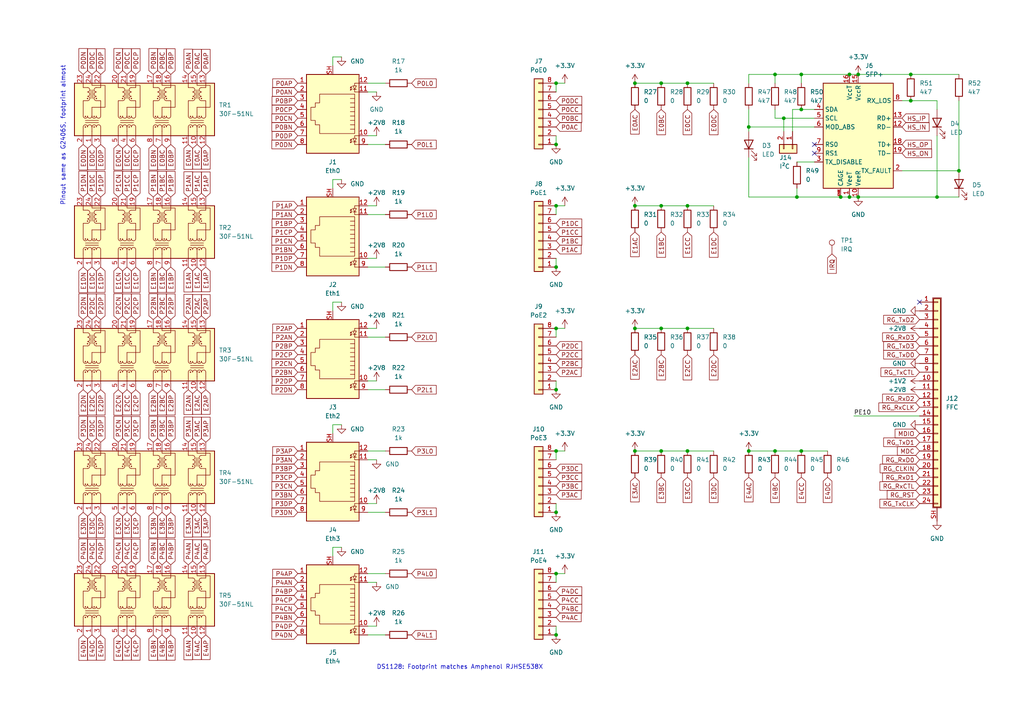
<source format=kicad_sch>
(kicad_sch (version 20230121) (generator eeschema)
  (paper "A4")
  (junction (at 224.79 130.81))
  (junction (at 246.38 21.59))
  (junction (at 191.77 59.69))
  (junction (at 184.15 130.81))
  (junction (at 278.13 49.53))
  (junction (at 264.16 21.59))
  (junction (at 243.84 57.15))
  (junction (at 161.29 41.91))
  (junction (at 246.38 57.15))
  (junction (at 161.29 59.69))
  (junction (at 161.29 95.25))
  (junction (at 248.92 57.15))
  (junction (at 161.29 113.03))
  (junction (at 199.39 130.81))
  (junction (at 232.41 31.75))
  (junction (at 161.29 130.81))
  (junction (at 217.17 36.83))
  (junction (at 227.33 34.29))
  (junction (at 199.39 95.25))
  (junction (at 184.15 24.13))
  (junction (at 224.79 21.59))
  (junction (at 217.17 130.81))
  (junction (at 191.77 24.13))
  (junction (at 199.39 59.69))
  (junction (at 161.29 184.15))
  (junction (at 191.77 95.25))
  (junction (at 184.15 95.25))
  (junction (at 184.15 59.69))
  (junction (at 248.92 21.59))
  (junction (at 232.41 130.81))
  (junction (at 161.29 24.13))
  (junction (at 264.16 29.21))
  (junction (at 161.29 148.59))
  (junction (at 271.78 57.15))
  (junction (at 161.29 166.37))
  (junction (at 199.39 24.13))
  (junction (at 191.77 130.81))
  (junction (at 231.14 57.15))
  (junction (at 161.29 77.47))
  (junction (at 232.41 21.59))
  (no_connect (at 266.7 87.63))
  (no_connect (at 236.22 44.45))
  (no_connect (at 236.22 41.91))
  (wire (pts (xy 109.22 95.25) (xy 106.68 95.25)))
  (wire (pts (xy 217.17 24.13) (xy 217.17 21.59)))
  (wire (pts (xy 224.79 130.81) (xy 217.17 130.81)))
  (wire (pts (xy 161.29 168.91) (xy 161.29 166.37)))
  (wire (pts (xy 109.22 74.93) (xy 106.68 74.93)))
  (wire (pts (xy 163.83 24.13) (xy 161.29 24.13)))
  (wire (pts (xy 236.22 46.99) (xy 231.14 46.99)))
  (wire (pts (xy 207.01 130.81) (xy 199.39 130.81)))
  (wire (pts (xy 191.77 130.81) (xy 184.15 130.81)))
  (wire (pts (xy 243.84 57.15) (xy 246.38 57.15)))
  (wire (pts (xy 247.65 120.65) (xy 266.7 120.65)))
  (wire (pts (xy 217.17 45.72) (xy 217.17 57.15)))
  (wire (pts (xy 106.68 148.59) (xy 111.76 148.59)))
  (wire (pts (xy 106.68 41.91) (xy 111.76 41.91)))
  (wire (pts (xy 261.62 49.53) (xy 278.13 49.53)))
  (wire (pts (xy 96.52 125.73) (xy 96.52 123.19)))
  (wire (pts (xy 278.13 57.15) (xy 271.78 57.15)))
  (wire (pts (xy 163.83 166.37) (xy 161.29 166.37)))
  (wire (pts (xy 106.68 113.03) (xy 111.76 113.03)))
  (wire (pts (xy 109.22 181.61) (xy 106.68 181.61)))
  (wire (pts (xy 96.52 123.19) (xy 99.06 123.19)))
  (wire (pts (xy 161.29 97.79) (xy 161.29 95.25)))
  (wire (pts (xy 106.68 133.35) (xy 109.22 133.35)))
  (wire (pts (xy 161.29 133.35) (xy 161.29 130.81)))
  (wire (pts (xy 240.03 130.81) (xy 232.41 130.81)))
  (wire (pts (xy 271.78 29.21) (xy 264.16 29.21)))
  (wire (pts (xy 224.79 34.29) (xy 227.33 34.29)))
  (wire (pts (xy 232.41 130.81) (xy 224.79 130.81)))
  (wire (pts (xy 236.22 36.83) (xy 217.17 36.83)))
  (wire (pts (xy 229.87 31.75) (xy 232.41 31.75)))
  (wire (pts (xy 111.76 24.13) (xy 106.68 24.13)))
  (wire (pts (xy 246.38 57.15) (xy 248.92 57.15)))
  (wire (pts (xy 217.17 57.15) (xy 231.14 57.15)))
  (wire (pts (xy 236.22 31.75) (xy 232.41 31.75)))
  (wire (pts (xy 271.78 57.15) (xy 248.92 57.15)))
  (wire (pts (xy 111.76 166.37) (xy 106.68 166.37)))
  (wire (pts (xy 231.14 57.15) (xy 243.84 57.15)))
  (wire (pts (xy 161.29 110.49) (xy 161.29 113.03)))
  (wire (pts (xy 161.29 62.23) (xy 161.29 59.69)))
  (wire (pts (xy 271.78 39.37) (xy 271.78 57.15)))
  (wire (pts (xy 161.29 181.61) (xy 161.29 184.15)))
  (wire (pts (xy 161.29 74.93) (xy 161.29 77.47)))
  (wire (pts (xy 161.29 146.05) (xy 161.29 148.59)))
  (wire (pts (xy 199.39 130.81) (xy 191.77 130.81)))
  (wire (pts (xy 207.01 24.13) (xy 199.39 24.13)))
  (wire (pts (xy 96.52 16.51) (xy 99.06 16.51)))
  (wire (pts (xy 161.29 26.67) (xy 161.29 24.13)))
  (wire (pts (xy 207.01 95.25) (xy 199.39 95.25)))
  (wire (pts (xy 224.79 24.13) (xy 224.79 21.59)))
  (wire (pts (xy 109.22 39.37) (xy 106.68 39.37)))
  (wire (pts (xy 207.01 59.69) (xy 199.39 59.69)))
  (wire (pts (xy 217.17 36.83) (xy 217.17 31.75)))
  (wire (pts (xy 109.22 110.49) (xy 106.68 110.49)))
  (wire (pts (xy 224.79 21.59) (xy 232.41 21.59)))
  (wire (pts (xy 271.78 31.75) (xy 271.78 29.21)))
  (wire (pts (xy 109.22 26.67) (xy 106.68 26.67)))
  (wire (pts (xy 264.16 21.59) (xy 248.92 21.59)))
  (wire (pts (xy 191.77 95.25) (xy 184.15 95.25)))
  (wire (pts (xy 278.13 29.21) (xy 278.13 49.53)))
  (wire (pts (xy 163.83 59.69) (xy 161.29 59.69)))
  (wire (pts (xy 106.68 184.15) (xy 111.76 184.15)))
  (wire (pts (xy 217.17 21.59) (xy 224.79 21.59)))
  (wire (pts (xy 111.76 130.81) (xy 106.68 130.81)))
  (wire (pts (xy 191.77 59.69) (xy 184.15 59.69)))
  (wire (pts (xy 106.68 77.47) (xy 111.76 77.47)))
  (wire (pts (xy 232.41 24.13) (xy 232.41 21.59)))
  (wire (pts (xy 96.52 158.75) (xy 99.06 158.75)))
  (wire (pts (xy 96.52 54.61) (xy 96.52 52.07)))
  (wire (pts (xy 96.52 161.29) (xy 96.52 158.75)))
  (wire (pts (xy 227.33 34.29) (xy 227.33 38.1)))
  (wire (pts (xy 199.39 59.69) (xy 191.77 59.69)))
  (wire (pts (xy 109.22 146.05) (xy 106.68 146.05)))
  (wire (pts (xy 232.41 21.59) (xy 246.38 21.59)))
  (wire (pts (xy 163.83 130.81) (xy 161.29 130.81)))
  (wire (pts (xy 191.77 24.13) (xy 184.15 24.13)))
  (wire (pts (xy 96.52 90.17) (xy 96.52 87.63)))
  (wire (pts (xy 278.13 21.59) (xy 264.16 21.59)))
  (wire (pts (xy 161.29 39.37) (xy 161.29 41.91)))
  (wire (pts (xy 246.38 21.59) (xy 248.92 21.59)))
  (wire (pts (xy 217.17 38.1) (xy 217.17 36.83)))
  (wire (pts (xy 199.39 95.25) (xy 191.77 95.25)))
  (wire (pts (xy 96.52 52.07) (xy 99.06 52.07)))
  (wire (pts (xy 109.22 59.69) (xy 106.68 59.69)))
  (wire (pts (xy 106.68 97.79) (xy 111.76 97.79)))
  (wire (pts (xy 106.68 62.23) (xy 111.76 62.23)))
  (wire (pts (xy 96.52 19.05) (xy 96.52 16.51)))
  (wire (pts (xy 229.87 38.1) (xy 229.87 31.75)))
  (wire (pts (xy 96.52 87.63) (xy 99.06 87.63)))
  (wire (pts (xy 264.16 29.21) (xy 261.62 29.21)))
  (wire (pts (xy 106.68 168.91) (xy 109.22 168.91)))
  (wire (pts (xy 227.33 34.29) (xy 236.22 34.29)))
  (wire (pts (xy 231.14 54.61) (xy 231.14 57.15)))
  (wire (pts (xy 224.79 31.75) (xy 224.79 34.29)))
  (wire (pts (xy 163.83 95.25) (xy 161.29 95.25)))
  (wire (pts (xy 199.39 24.13) (xy 191.77 24.13)))
  (text "DS1128: Footprint matches Amphenol RJHSE538X" (at 109.22 194.31 0) (effects (font (size 1.27 1.27)) (justify left bottom)))
  (text "Pinout same as G2406S, footprint almost" (at 19.05 59.69 90) (effects (font (size 1.27 1.27)) (justify left bottom)))
  (label "PE10" (at 247.65 120.65 0))
  (global_label "E1CN" (shape input) (at 34.29 77.47 270) (property "Intersheetrefs" "${INTERSHEET_REFS}" (effects hide)))
  (global_label "E2CN" (shape input) (at 34.29 113.03 270) (property "Intersheetrefs" "${INTERSHEET_REFS}" (effects hide)))
  (global_label "E2AC" (shape input) (at 184.15 102.87 270) (property "Intersheetrefs" "${INTERSHEET_REFS}" (effects hide)))
  (global_label "E4CN" (shape input) (at 34.29 184.15 270) (property "Intersheetrefs" "${INTERSHEET_REFS}" (effects hide)))
  (global_label "P3CN" (shape input) (at 86.36 140.97 180) (property "Intersheetrefs" "${INTERSHEET_REFS}" (effects hide)))
  (global_label "E3DP" (shape input) (at 29.21 148.59 270) (property "Intersheetrefs" "${INTERSHEET_REFS}" (effects hide)))
  (global_label "RG_TxD0" (shape input) (at 266.7 102.87 180) (property "Intersheetrefs" "${INTERSHEET_REFS}" (effects hide)))
  (global_label "P0BN" (shape input) (at 44.45 21.59 90) (property "Intersheetrefs" "${INTERSHEET_REFS}" (effects hide)))
  (global_label "P0DP" (shape input) (at 86.36 39.37 180) (property "Intersheetrefs" "${INTERSHEET_REFS}" (effects hide)))
  (global_label "P2CP" (shape input) (at 86.36 102.87 180) (property "Intersheetrefs" "${INTERSHEET_REFS}" (effects hide)))
  (global_label "P0L1" (shape input) (at 119.38 41.91 0) (property "Intersheetrefs" "${INTERSHEET_REFS}" (effects hide)))
  (global_label "P2AP" (shape input) (at 59.69 92.71 90) (property "Intersheetrefs" "${INTERSHEET_REFS}" (effects hide)))
  (global_label "E1AN" (shape input) (at 54.61 77.47 270) (property "Intersheetrefs" "${INTERSHEET_REFS}" (effects hide)))
  (global_label "P2DC" (shape input) (at 161.29 100.33 0) (property "Intersheetrefs" "${INTERSHEET_REFS}" (effects hide)))
  (global_label "P4DN" (shape input) (at 86.36 184.15 180) (property "Intersheetrefs" "${INTERSHEET_REFS}" (effects hide)))
  (global_label "RG_TxCTL" (shape input) (at 266.7 107.95 180) (property "Intersheetrefs" "${INTERSHEET_REFS}" (effects hide)))
  (global_label "P3AC" (shape input) (at 57.15 128.27 90) (property "Intersheetrefs" "${INTERSHEET_REFS}" (effects hide)))
  (global_label "E2BC" (shape input) (at 46.99 113.03 270) (property "Intersheetrefs" "${INTERSHEET_REFS}" (effects hide)))
  (global_label "E0AN" (shape input) (at 54.61 41.91 270) (property "Intersheetrefs" "${INTERSHEET_REFS}" (effects hide)))
  (global_label "P4CN" (shape input) (at 86.36 176.53 180) (property "Intersheetrefs" "${INTERSHEET_REFS}" (effects hide)))
  (global_label "P1DC" (shape input) (at 161.29 64.77 0) (property "Intersheetrefs" "${INTERSHEET_REFS}" (effects hide)))
  (global_label "E0DP" (shape input) (at 29.21 41.91 270) (property "Intersheetrefs" "${INTERSHEET_REFS}" (effects hide)))
  (global_label "E2BP" (shape input) (at 49.53 113.03 270) (property "Intersheetrefs" "${INTERSHEET_REFS}" (effects hide)))
  (global_label "P0DP" (shape input) (at 29.21 21.59 90) (property "Intersheetrefs" "${INTERSHEET_REFS}" (effects hide)))
  (global_label "RG_RxCTL" (shape input) (at 266.7 140.97 180) (property "Intersheetrefs" "${INTERSHEET_REFS}" (effects hide)))
  (global_label "E1DN" (shape input) (at 24.13 77.47 270) (property "Intersheetrefs" "${INTERSHEET_REFS}" (effects hide)))
  (global_label "P3DC" (shape input) (at 161.29 135.89 0) (property "Intersheetrefs" "${INTERSHEET_REFS}" (effects hide)))
  (global_label "P2L1" (shape input) (at 119.38 113.03 0) (property "Intersheetrefs" "${INTERSHEET_REFS}" (effects hide)))
  (global_label "E3CN" (shape input) (at 34.29 148.59 270) (property "Intersheetrefs" "${INTERSHEET_REFS}" (effects hide)))
  (global_label "P1BC" (shape input) (at 161.29 69.85 0) (property "Intersheetrefs" "${INTERSHEET_REFS}" (effects hide)))
  (global_label "P2DN" (shape input) (at 86.36 113.03 180) (property "Intersheetrefs" "${INTERSHEET_REFS}" (effects hide)))
  (global_label "P2CC" (shape input) (at 161.29 102.87 0) (property "Intersheetrefs" "${INTERSHEET_REFS}" (effects hide)))
  (global_label "P1BC" (shape input) (at 46.99 57.15 90) (property "Intersheetrefs" "${INTERSHEET_REFS}" (effects hide)))
  (global_label "E3AC" (shape input) (at 184.15 138.43 270) (property "Intersheetrefs" "${INTERSHEET_REFS}" (effects hide)))
  (global_label "P0AN" (shape input) (at 54.61 21.59 90) (property "Intersheetrefs" "${INTERSHEET_REFS}" (effects hide)))
  (global_label "P1AN" (shape input) (at 86.36 62.23 180) (property "Intersheetrefs" "${INTERSHEET_REFS}" (effects hide)))
  (global_label "P4DC" (shape input) (at 161.29 171.45 0) (property "Intersheetrefs" "${INTERSHEET_REFS}" (effects hide)))
  (global_label "E0BP" (shape input) (at 49.53 41.91 270) (property "Intersheetrefs" "${INTERSHEET_REFS}" (effects hide)))
  (global_label "E2AN" (shape input) (at 54.61 113.03 270) (property "Intersheetrefs" "${INTERSHEET_REFS}" (effects hide)))
  (global_label "P0CP" (shape input) (at 39.37 21.59 90) (property "Intersheetrefs" "${INTERSHEET_REFS}" (effects hide)))
  (global_label "P2BC" (shape input) (at 161.29 105.41 0) (property "Intersheetrefs" "${INTERSHEET_REFS}" (effects hide)))
  (global_label "P3CP" (shape input) (at 39.37 128.27 90) (property "Intersheetrefs" "${INTERSHEET_REFS}" (effects hide)))
  (global_label "P1AC" (shape input) (at 161.29 72.39 0) (property "Intersheetrefs" "${INTERSHEET_REFS}" (effects hide)))
  (global_label "E1BC" (shape input) (at 191.77 67.31 270) (property "Intersheetrefs" "${INTERSHEET_REFS}" (effects hide)))
  (global_label "P0DC" (shape input) (at 161.29 29.21 0) (property "Intersheetrefs" "${INTERSHEET_REFS}" (effects hide)))
  (global_label "P4AC" (shape input) (at 161.29 179.07 0) (property "Intersheetrefs" "${INTERSHEET_REFS}" (effects hide)))
  (global_label "E4BN" (shape input) (at 44.45 184.15 270) (property "Intersheetrefs" "${INTERSHEET_REFS}" (effects hide)))
  (global_label "P1BP" (shape input) (at 86.36 64.77 180) (property "Intersheetrefs" "${INTERSHEET_REFS}" (effects hide)))
  (global_label "E4AC" (shape input) (at 217.17 138.43 270) (property "Intersheetrefs" "${INTERSHEET_REFS}" (effects hide)))
  (global_label "P2DP" (shape input) (at 86.36 110.49 180) (property "Intersheetrefs" "${INTERSHEET_REFS}" (effects hide)))
  (global_label "E2CP" (shape input) (at 39.37 113.03 270) (property "Intersheetrefs" "${INTERSHEET_REFS}" (effects hide)))
  (global_label "P4AN" (shape input) (at 54.61 163.83 90) (property "Intersheetrefs" "${INTERSHEET_REFS}" (effects hide)))
  (global_label "P1DC" (shape input) (at 26.67 57.15 90) (property "Intersheetrefs" "${INTERSHEET_REFS}" (effects hide)))
  (global_label "P2DN" (shape input) (at 24.13 92.71 90) (property "Intersheetrefs" "${INTERSHEET_REFS}" (effects hide)))
  (global_label "RG_RST" (shape input) (at 266.7 143.51 180) (property "Intersheetrefs" "${INTERSHEET_REFS}" (effects hide)))
  (global_label "E0AP" (shape input) (at 59.69 41.91 270) (property "Intersheetrefs" "${INTERSHEET_REFS}" (effects hide)))
  (global_label "E1AC" (shape input) (at 57.15 77.47 270) (property "Intersheetrefs" "${INTERSHEET_REFS}" (effects hide)))
  (global_label "P3BC" (shape input) (at 46.99 128.27 90) (property "Intersheetrefs" "${INTERSHEET_REFS}" (effects hide)))
  (global_label "P2AN" (shape input) (at 54.61 92.71 90) (property "Intersheetrefs" "${INTERSHEET_REFS}" (effects hide)))
  (global_label "E4AC" (shape input) (at 57.15 184.15 270) (property "Intersheetrefs" "${INTERSHEET_REFS}" (effects hide)))
  (global_label "P2BN" (shape input) (at 44.45 92.71 90) (property "Intersheetrefs" "${INTERSHEET_REFS}" (effects hide)))
  (global_label "E2BN" (shape input) (at 44.45 113.03 270) (property "Intersheetrefs" "${INTERSHEET_REFS}" (effects hide)))
  (global_label "P2BC" (shape input) (at 46.99 92.71 90) (property "Intersheetrefs" "${INTERSHEET_REFS}" (effects hide)))
  (global_label "P4DC" (shape input) (at 26.67 163.83 90) (property "Intersheetrefs" "${INTERSHEET_REFS}" (effects hide)))
  (global_label "E2AP" (shape input) (at 59.69 113.03 270) (property "Intersheetrefs" "${INTERSHEET_REFS}" (effects hide)))
  (global_label "E3AN" (shape input) (at 54.61 148.59 270) (property "Intersheetrefs" "${INTERSHEET_REFS}" (effects hide)))
  (global_label "E4BC" (shape input) (at 224.79 138.43 270) (property "Intersheetrefs" "${INTERSHEET_REFS}" (effects hide)))
  (global_label "E1CP" (shape input) (at 39.37 77.47 270) (property "Intersheetrefs" "${INTERSHEET_REFS}" (effects hide)))
  (global_label "E1BN" (shape input) (at 44.45 77.47 270) (property "Intersheetrefs" "${INTERSHEET_REFS}" (effects hide)))
  (global_label "P0CP" (shape input) (at 86.36 31.75 180) (property "Intersheetrefs" "${INTERSHEET_REFS}" (effects hide)))
  (global_label "RG_RxD2" (shape input) (at 266.7 115.57 180) (property "Intersheetrefs" "${INTERSHEET_REFS}" (effects hide)))
  (global_label "P2CN" (shape input) (at 86.36 105.41 180) (property "Intersheetrefs" "${INTERSHEET_REFS}" (effects hide)))
  (global_label "P1CP" (shape input) (at 39.37 57.15 90) (property "Intersheetrefs" "${INTERSHEET_REFS}" (effects hide)))
  (global_label "E3CC" (shape input) (at 199.39 138.43 270) (property "Intersheetrefs" "${INTERSHEET_REFS}" (effects hide)))
  (global_label "E0BN" (shape input) (at 44.45 41.91 270) (property "Intersheetrefs" "${INTERSHEET_REFS}" (effects hide)))
  (global_label "E4DN" (shape input) (at 24.13 184.15 270) (property "Intersheetrefs" "${INTERSHEET_REFS}" (effects hide)))
  (global_label "P3DN" (shape input) (at 86.36 148.59 180) (property "Intersheetrefs" "${INTERSHEET_REFS}" (effects hide)))
  (global_label "E1BP" (shape input) (at 49.53 77.47 270) (property "Intersheetrefs" "${INTERSHEET_REFS}" (effects hide)))
  (global_label "P4AN" (shape input) (at 86.36 168.91 180) (property "Intersheetrefs" "${INTERSHEET_REFS}" (effects hide)))
  (global_label "E4DC" (shape input) (at 240.03 138.43 270) (property "Intersheetrefs" "${INTERSHEET_REFS}" (effects hide)))
  (global_label "HS_ON" (shape input) (at 261.62 44.45 0) (property "Intersheetrefs" "${INTERSHEET_REFS}" (effects hide)))
  (global_label "P0DC" (shape input) (at 26.67 21.59 90) (property "Intersheetrefs" "${INTERSHEET_REFS}" (effects hide)))
  (global_label "E3DC" (shape input) (at 207.01 138.43 270) (property "Intersheetrefs" "${INTERSHEET_REFS}" (effects hide)))
  (global_label "P2BN" (shape input) (at 86.36 107.95 180) (property "Intersheetrefs" "${INTERSHEET_REFS}" (effects hide)))
  (global_label "P2BP" (shape input) (at 86.36 100.33 180) (property "Intersheetrefs" "${INTERSHEET_REFS}" (effects hide)))
  (global_label "E4CP" (shape input) (at 39.37 184.15 270) (property "Intersheetrefs" "${INTERSHEET_REFS}" (effects hide)))
  (global_label "E2CC" (shape input) (at 199.39 102.87 270) (property "Intersheetrefs" "${INTERSHEET_REFS}" (effects hide)))
  (global_label "P4BN" (shape input) (at 86.36 179.07 180) (property "Intersheetrefs" "${INTERSHEET_REFS}" (effects hide)))
  (global_label "P4DP" (shape input) (at 86.36 181.61 180) (property "Intersheetrefs" "${INTERSHEET_REFS}" (effects hide)))
  (global_label "P3BP" (shape input) (at 86.36 135.89 180) (property "Intersheetrefs" "${INTERSHEET_REFS}" (effects hide)))
  (global_label "P1DN" (shape input) (at 86.36 77.47 180) (property "Intersheetrefs" "${INTERSHEET_REFS}" (effects hide)))
  (global_label "E4DC" (shape input) (at 26.67 184.15 270) (property "Intersheetrefs" "${INTERSHEET_REFS}" (effects hide)))
  (global_label "P0BC" (shape input) (at 161.29 34.29 0) (property "Intersheetrefs" "${INTERSHEET_REFS}" (effects hide)))
  (global_label "P0CC" (shape input) (at 36.83 21.59 90) (property "Intersheetrefs" "${INTERSHEET_REFS}" (effects hide)))
  (global_label "P3AN" (shape input) (at 54.61 128.27 90) (property "Intersheetrefs" "${INTERSHEET_REFS}" (effects hide)))
  (global_label "E2CC" (shape input) (at 36.83 113.03 270) (property "Intersheetrefs" "${INTERSHEET_REFS}" (effects hide)))
  (global_label "P3L0" (shape input) (at 119.38 130.81 0) (property "Intersheetrefs" "${INTERSHEET_REFS}" (effects hide)))
  (global_label "P4CP" (shape input) (at 39.37 163.83 90) (property "Intersheetrefs" "${INTERSHEET_REFS}" (effects hide)))
  (global_label "E4CC" (shape input) (at 232.41 138.43 270) (property "Intersheetrefs" "${INTERSHEET_REFS}" (effects hide)))
  (global_label "E0DC" (shape input) (at 26.67 41.91 270) (property "Intersheetrefs" "${INTERSHEET_REFS}" (effects hide)))
  (global_label "P0BP" (shape input) (at 49.53 21.59 90) (property "Intersheetrefs" "${INTERSHEET_REFS}" (effects hide)))
  (global_label "E2DC" (shape input) (at 26.67 113.03 270) (property "Intersheetrefs" "${INTERSHEET_REFS}" (effects hide)))
  (global_label "RG_TxD1" (shape input) (at 266.7 128.27 180) (property "Intersheetrefs" "${INTERSHEET_REFS}" (effects hide)))
  (global_label "P3DP" (shape input) (at 29.21 128.27 90) (property "Intersheetrefs" "${INTERSHEET_REFS}" (effects hide)))
  (global_label "E2DN" (shape input) (at 24.13 113.03 270) (property "Intersheetrefs" "${INTERSHEET_REFS}" (effects hide)))
  (global_label "RG_RxD3" (shape input) (at 266.7 97.79 180) (property "Intersheetrefs" "${INTERSHEET_REFS}" (effects hide)))
  (global_label "E0CP" (shape input) (at 39.37 41.91 270) (property "Intersheetrefs" "${INTERSHEET_REFS}" (effects hide)))
  (global_label "P0DN" (shape input) (at 24.13 21.59 90) (property "Intersheetrefs" "${INTERSHEET_REFS}" (effects hide)))
  (global_label "P4DP" (shape input) (at 29.21 163.83 90) (property "Intersheetrefs" "${INTERSHEET_REFS}" (effects hide)))
  (global_label "E1AP" (shape input) (at 59.69 77.47 270) (property "Intersheetrefs" "${INTERSHEET_REFS}" (effects hide)))
  (global_label "P1CC" (shape input) (at 161.29 67.31 0) (property "Intersheetrefs" "${INTERSHEET_REFS}" (effects hide)))
  (global_label "P1AC" (shape input) (at 57.15 57.15 90) (property "Intersheetrefs" "${INTERSHEET_REFS}" (effects hide)))
  (global_label "RG_RxD1" (shape input) (at 266.7 138.43 180) (property "Intersheetrefs" "${INTERSHEET_REFS}" (effects hide)))
  (global_label "P1DP" (shape input) (at 29.21 57.15 90) (property "Intersheetrefs" "${INTERSHEET_REFS}" (effects hide)))
  (global_label "RG_TxCLK" (shape input) (at 266.7 146.05 180) (property "Intersheetrefs" "${INTERSHEET_REFS}" (effects hide)))
  (global_label "P3DC" (shape input) (at 26.67 128.27 90) (property "Intersheetrefs" "${INTERSHEET_REFS}" (effects hide)))
  (global_label "P1AP" (shape input) (at 86.36 59.69 180) (property "Intersheetrefs" "${INTERSHEET_REFS}" (effects hide)))
  (global_label "P2AC" (shape input) (at 161.29 107.95 0) (property "Intersheetrefs" "${INTERSHEET_REFS}" (effects hide)))
  (global_label "E1BC" (shape input) (at 46.99 77.47 270) (property "Intersheetrefs" "${INTERSHEET_REFS}" (effects hide)))
  (global_label "E0CN" (shape input) (at 34.29 41.91 270) (property "Intersheetrefs" "${INTERSHEET_REFS}" (effects hide)))
  (global_label "P0AP" (shape input) (at 59.69 21.59 90) (property "Intersheetrefs" "${INTERSHEET_REFS}" (effects hide)))
  (global_label "E3BP" (shape input) (at 49.53 148.59 270) (property "Intersheetrefs" "${INTERSHEET_REFS}" (effects hide)))
  (global_label "P3AP" (shape input) (at 59.69 128.27 90) (property "Intersheetrefs" "${INTERSHEET_REFS}" (effects hide)))
  (global_label "E3AP" (shape input) (at 59.69 148.59 270) (property "Intersheetrefs" "${INTERSHEET_REFS}" (effects hide)))
  (global_label "P2AN" (shape input) (at 86.36 97.79 180) (property "Intersheetrefs" "${INTERSHEET_REFS}" (effects hide)))
  (global_label "P4CP" (shape input) (at 86.36 173.99 180) (property "Intersheetrefs" "${INTERSHEET_REFS}" (effects hide)))
  (global_label "P4AC" (shape input) (at 57.15 163.83 90) (property "Intersheetrefs" "${INTERSHEET_REFS}" (effects hide)))
  (global_label "P4BC" (shape input) (at 161.29 176.53 0) (property "Intersheetrefs" "${INTERSHEET_REFS}" (effects hide)))
  (global_label "P1L1" (shape input) (at 119.38 77.47 0) (property "Intersheetrefs" "${INTERSHEET_REFS}" (effects hide)))
  (global_label "MDIO" (shape input) (at 266.7 125.73 180) (property "Intersheetrefs" "${INTERSHEET_REFS}" (effects hide)))
  (global_label "E2DC" (shape input) (at 207.01 102.87 270) (property "Intersheetrefs" "${INTERSHEET_REFS}" (effects hide)))
  (global_label "E2DP" (shape input) (at 29.21 113.03 270) (property "Intersheetrefs" "${INTERSHEET_REFS}" (effects hide)))
  (global_label "RG_TxD3" (shape input) (at 266.7 100.33 180) (property "Intersheetrefs" "${INTERSHEET_REFS}" (effects hide)))
  (global_label "P2AC" (shape input) (at 57.15 92.71 90) (property "Intersheetrefs" "${INTERSHEET_REFS}" (effects hide)))
  (global_label "P3BP" (shape input) (at 49.53 128.27 90) (property "Intersheetrefs" "${INTERSHEET_REFS}" (effects hide)))
  (global_label "P2BP" (shape input) (at 49.53 92.71 90) (property "Intersheetrefs" "${INTERSHEET_REFS}" (effects hide)))
  (global_label "P3CP" (shape input) (at 86.36 138.43 180) (property "Intersheetrefs" "${INTERSHEET_REFS}" (effects hide)))
  (global_label "E1DC" (shape input) (at 26.67 77.47 270) (property "Intersheetrefs" "${INTERSHEET_REFS}" (effects hide)))
  (global_label "P4L1" (shape input) (at 119.38 184.15 0) (property "Intersheetrefs" "${INTERSHEET_REFS}" (effects hide)))
  (global_label "P3CN" (shape input) (at 34.29 128.27 90) (property "Intersheetrefs" "${INTERSHEET_REFS}" (effects hide)))
  (global_label "P2DC" (shape input) (at 26.67 92.71 90) (property "Intersheetrefs" "${INTERSHEET_REFS}" (effects hide)))
  (global_label "P4L0" (shape input) (at 119.38 166.37 0) (property "Intersheetrefs" "${INTERSHEET_REFS}" (effects hide)))
  (global_label "P3CC" (shape input) (at 161.29 138.43 0) (property "Intersheetrefs" "${INTERSHEET_REFS}" (effects hide)))
  (global_label "P3AP" (shape input) (at 86.36 130.81 180) (property "Intersheetrefs" "${INTERSHEET_REFS}" (effects hide)))
  (global_label "E2AC" (shape input) (at 57.15 113.03 270) (property "Intersheetrefs" "${INTERSHEET_REFS}" (effects hide)))
  (global_label "E4BP" (shape input) (at 49.53 184.15 270) (property "Intersheetrefs" "${INTERSHEET_REFS}" (effects hide)))
  (global_label "E0BC" (shape input) (at 191.77 31.75 270) (property "Intersheetrefs" "${INTERSHEET_REFS}" (effects hide)))
  (global_label "P4AP" (shape input) (at 59.69 163.83 90) (property "Intersheetrefs" "${INTERSHEET_REFS}" (effects hide)))
  (global_label "E4DP" (shape input) (at 29.21 184.15 270) (property "Intersheetrefs" "${INTERSHEET_REFS}" (effects hide)))
  (global_label "P0CC" (shape input) (at 161.29 31.75 0) (property "Intersheetrefs" "${INTERSHEET_REFS}" (effects hide)))
  (global_label "P0CN" (shape input) (at 34.29 21.59 90) (property "Intersheetrefs" "${INTERSHEET_REFS}" (effects hide)))
  (global_label "E0DC" (shape input) (at 207.01 31.75 270) (property "Intersheetrefs" "${INTERSHEET_REFS}" (effects hide)))
  (global_label "E4AP" (shape input) (at 59.69 184.15 270) (property "Intersheetrefs" "${INTERSHEET_REFS}" (effects hide)))
  (global_label "P3L1" (shape input) (at 119.38 148.59 0) (property "Intersheetrefs" "${INTERSHEET_REFS}" (effects hide)))
  (global_label "P2AP" (shape input) (at 86.36 95.25 180) (property "Intersheetrefs" "${INTERSHEET_REFS}" (effects hide)))
  (global_label "E3BC" (shape input) (at 46.99 148.59 270) (property "Intersheetrefs" "${INTERSHEET_REFS}" (effects hide)))
  (global_label "P0AC" (shape input) (at 161.29 36.83 0) (property "Intersheetrefs" "${INTERSHEET_REFS}" (effects hide)))
  (global_label "P0BN" (shape input) (at 86.36 36.83 180) (property "Intersheetrefs" "${INTERSHEET_REFS}" (effects hide)))
  (global_label "P3BC" (shape input) (at 161.29 140.97 0) (property "Intersheetrefs" "${INTERSHEET_REFS}" (effects hide)))
  (global_label "E3BC" (shape input) (at 191.77 138.43 270) (property "Intersheetrefs" "${INTERSHEET_REFS}" (effects hide)))
  (global_label "E3AC" (shape input) (at 57.15 148.59 270) (property "Intersheetrefs" "${INTERSHEET_REFS}" (effects hide)))
  (global_label "E0AC" (shape input) (at 184.15 31.75 270) (property "Intersheetrefs" "${INTERSHEET_REFS}" (effects hide)))
  (global_label "P0AC" (shape input) (at 57.15 21.59 90) (property "Intersheetrefs" "${INTERSHEET_REFS}" (effects hide)))
  (global_label "P3DN" (shape input) (at 24.13 128.27 90) (property "Intersheetrefs" "${INTERSHEET_REFS}" (effects hide)))
  (global_label "E0DN" (shape input) (at 24.13 41.91 270) (property "Intersheetrefs" "${INTERSHEET_REFS}" (effects hide)))
  (global_label "P1BN" (shape input) (at 44.45 57.15 90) (property "Intersheetrefs" "${INTERSHEET_REFS}" (effects hide)))
  (global_label "E0AC" (shape input) (at 57.15 41.91 270) (property "Intersheetrefs" "${INTERSHEET_REFS}" (effects hide)))
  (global_label "P2L0" (shape input) (at 119.38 97.79 0) (property "Intersheetrefs" "${INTERSHEET_REFS}" (effects hide)))
  (global_label "E0CC" (shape input) (at 199.39 31.75 270) (property "Intersheetrefs" "${INTERSHEET_REFS}" (effects hide)))
  (global_label "E3CC" (shape input) (at 36.83 148.59 270) (property "Intersheetrefs" "${INTERSHEET_REFS}" (effects hide)))
  (global_label "P4CC" (shape input) (at 161.29 173.99 0) (property "Intersheetrefs" "${INTERSHEET_REFS}" (effects hide)))
  (global_label "E3CP" (shape input) (at 39.37 148.59 270) (property "Intersheetrefs" "${INTERSHEET_REFS}" (effects hide)))
  (global_label "P0AP" (shape input) (at 86.36 24.13 180) (property "Intersheetrefs" "${INTERSHEET_REFS}" (effects hide)))
  (global_label "P0CN" (shape input) (at 86.36 34.29 180) (property "Intersheetrefs" "${INTERSHEET_REFS}" (effects hide)))
  (global_label "HS_OP" (shape input) (at 261.62 41.91 0) (property "Intersheetrefs" "${INTERSHEET_REFS}" (effects hide)))
  (global_label "E1DC" (shape input) (at 207.01 67.31 270) (property "Intersheetrefs" "${INTERSHEET_REFS}" (effects hide)))
  (global_label "P4CC" (shape input) (at 36.83 163.83 90) (property "Intersheetrefs" "${INTERSHEET_REFS}" (effects hide)))
  (global_label "P1AN" (shape input) (at 54.61 57.15 90) (property "Intersheetrefs" "${INTERSHEET_REFS}" (effects hide)))
  (global_label "P0L0" (shape input) (at 119.38 24.13 0) (property "Intersheetrefs" "${INTERSHEET_REFS}" (effects hide)))
  (global_label "P2DP" (shape input) (at 29.21 92.71 90) (property "Intersheetrefs" "${INTERSHEET_REFS}" (effects hide)))
  (global_label "P3BN" (shape input) (at 44.45 128.27 90) (property "Intersheetrefs" "${INTERSHEET_REFS}" (effects hide)))
  (global_label "P4BN" (shape input) (at 44.45 163.83 90) (property "Intersheetrefs" "${INTERSHEET_REFS}" (effects hide)))
  (global_label "P1AP" (shape input) (at 59.69 57.15 90) (property "Intersheetrefs" "${INTERSHEET_REFS}" (effects hide)))
  (global_label "P0BC" (shape input) (at 46.99 21.59 90) (property "Intersheetrefs" "${INTERSHEET_REFS}" (effects hide)))
  (global_label "P2CN" (shape input) (at 34.29 92.71 90) (property "Intersheetrefs" "${INTERSHEET_REFS}" (effects hide)))
  (global_label "P1DP" (shape input) (at 86.36 74.93 180) (property "Intersheetrefs" "${INTERSHEET_REFS}" (effects hide)))
  (global_label "P4AP" (shape input) (at 86.36 166.37 180) (property "Intersheetrefs" "${INTERSHEET_REFS}" (effects hide)))
  (global_label "P1CN" (shape input) (at 34.29 57.15 90) (property "Intersheetrefs" "${INTERSHEET_REFS}" (effects hide)))
  (global_label "P0DN" (shape input) (at 86.36 41.91 180) (property "Intersheetrefs" "${INTERSHEET_REFS}" (effects hide)))
  (global_label "RG_TxD2" (shape input) (at 266.7 92.71 180) (property "Intersheetrefs" "${INTERSHEET_REFS}" (effects hide)))
  (global_label "E3DC" (shape input) (at 26.67 148.59 270) (property "Intersheetrefs" "${INTERSHEET_REFS}" (effects hide)))
  (global_label "E1CC" (shape input) (at 199.39 67.31 270) (property "Intersheetrefs" "${INTERSHEET_REFS}" (effects hide)))
  (global_label "P3AN" (shape input) (at 86.36 133.35 180) (property "Intersheetrefs" "${INTERSHEET_REFS}" (effects hide)))
  (global_label "E4AN" (shape input) (at 54.61 184.15 270) (property "Intersheetrefs" "${INTERSHEET_REFS}" (effects hide)))
  (global_label "P3DP" (shape input) (at 86.36 146.05 180) (property "Intersheetrefs" "${INTERSHEET_REFS}" (effects hide)))
  (global_label "E3BN" (shape input) (at 44.45 148.59 270) (property "Intersheetrefs" "${INTERSHEET_REFS}" (effects hide)))
  (global_label "P1CP" (shape input) (at 86.36 67.31 180) (property "Intersheetrefs" "${INTERSHEET_REFS}" (effects hide)))
  (global_label "MDC" (shape input) (at 266.7 130.81 180) (property "Intersheetrefs" "${INTERSHEET_REFS}" (effects hide)))
  (global_label "E1DP" (shape input) (at 29.21 77.47 270) (property "Intersheetrefs" "${INTERSHEET_REFS}" (effects hide)))
  (global_label "P3AC" (shape input) (at 161.29 143.51 0) (property "Intersheetrefs" "${INTERSHEET_REFS}" (effects hide)))
  (global_label "HS_IP" (shape input) (at 261.62 34.29 0) (property "Intersheetrefs" "${INTERSHEET_REFS}" (effects hide)))
  (global_label "P1L0" (shape input) (at 119.38 62.23 0) (property "Intersheetrefs" "${INTERSHEET_REFS}" (effects hide)))
  (global_label "P1CC" (shape input) (at 36.83 57.15 90) (property "Intersheetrefs" "${INTERSHEET_REFS}" (effects hide)))
  (global_label "E1AC" (shape input) (at 184.15 67.31 270) (property "Intersheetrefs" "${INTERSHEET_REFS}" (effects hide)))
  (global_label "P3BN" (shape input) (at 86.36 143.51 180) (property "Intersheetrefs" "${INTERSHEET_REFS}" (effects hide)))
  (global_label "P3CC" (shape input) (at 36.83 128.27 90) (property "Intersheetrefs" "${INTERSHEET_REFS}" (effects hide)))
  (global_label "E3DN" (shape input) (at 24.13 148.59 270) (property "Intersheetrefs" "${INTERSHEET_REFS}" (effects hide)))
  (global_label "E0CC" (shape input) (at 36.83 41.91 270) (property "Intersheetrefs" "${INTERSHEET_REFS}" (effects hide)))
  (global_label "P0BP" (shape input) (at 86.36 29.21 180) (property "Intersheetrefs" "${INTERSHEET_REFS}" (effects hide)))
  (global_label "RG_RxCLK" (shape input) (at 266.7 118.11 180) (property "Intersheetrefs" "${INTERSHEET_REFS}" (effects hide)))
  (global_label "HS_IN" (shape input) (at 261.62 36.83 0) (property "Intersheetrefs" "${INTERSHEET_REFS}" (effects hide)))
  (global_label "P4BP" (shape input) (at 86.36 171.45 180) (property "Intersheetrefs" "${INTERSHEET_REFS}" (effects hide)))
  (global_label "P4CN" (shape input) (at 34.29 163.83 90) (property "Intersheetrefs" "${INTERSHEET_REFS}" (effects hide)))
  (global_label "E0BC" (shape input) (at 46.99 41.91 270) (property "Intersheetrefs" "${INTERSHEET_REFS}" (effects hide)))
  (global_label "P2CC" (shape input) (at 36.83 92.71 90) (property "Intersheetrefs" "${INTERSHEET_REFS}" (effects hide)))
  (global_label "P1BN" (shape input) (at 86.36 72.39 180) (property "Intersheetrefs" "${INTERSHEET_REFS}" (effects hide)))
  (global_label "P1CN" (shape input) (at 86.36 69.85 180) (property "Intersheetrefs" "${INTERSHEET_REFS}" (effects hide)))
  (global_label "P4BP" (shape input) (at 49.53 163.83 90) (property "Intersheetrefs" "${INTERSHEET_REFS}" (effects hide)))
  (global_label "E4BC" (shape input) (at 46.99 184.15 270) (property "Intersheetrefs" "${INTERSHEET_REFS}" (effects hide)))
  (global_label "RG_RxD0" (shape input) (at 266.7 133.35 180) (property "Intersheetrefs" "${INTERSHEET_REFS}" (effects hide)))
  (global_label "IRQ" (shape input) (at 241.3 73.66 270) (property "Intersheetrefs" "${INTERSHEET_REFS}" (effects hide)))
  (global_label "P1BP" (shape input) (at 49.53 57.15 90) (property "Intersheetrefs" "${INTERSHEET_REFS}" (effects hide)))
  (global_label "P4DN" (shape input) (at 24.13 163.83 90) (property "Intersheetrefs" "${INTERSHEET_REFS}" (effects hide)))
  (global_label "RG_CLKIN" (shape input) (at 266.7 135.89 180) (property "Intersheetrefs" "${INTERSHEET_REFS}" (effects hide)))
  (global_label "P4BC" (shape input) (at 46.99 163.83 90) (property "Intersheetrefs" "${INTERSHEET_REFS}" (effects hide)))
  (global_label "P1DN" (shape input) (at 24.13 57.15 90) (property "Intersheetrefs" "${INTERSHEET_REFS}" (effects hide)))
  (global_label "E1CC" (shape input) (at 36.83 77.47 270) (property "Intersheetrefs" "${INTERSHEET_REFS}" (effects hide)))
  (global_label "E4CC" (shape input) (at 36.83 184.15 270) (property "Intersheetrefs" "${INTERSHEET_REFS}" (effects hide)))
  (global_label "E2BC" (shape input) (at 191.77 102.87 270) (property "Intersheetrefs" "${INTERSHEET_REFS}" (effects hide)))
  (global_label "P0AN" (shape input) (at 86.36 26.67 180) (property "Intersheetrefs" "${INTERSHEET_REFS}" (effects hide)))
  (global_label "P2CP" (shape input) (at 39.37 92.71 90) (property "Intersheetrefs" "${INTERSHEET_REFS}" (effects hide)))
  (symbol (lib_id "Device:R") (at 115.57 41.91 270) (unit 1)
    (property "Reference" "R18" (at 115.57 35.56 90))
    (property "Value" "1k" (at 115.57 38.1 90))
    (property "Footprint" "Resistor_SMD:R_0603_1608Metric_Pad0.98x0.95mm_HandSolder" (effects hide))
  )
  (symbol (lib_id "Device:R") (at 191.77 134.62 180) (unit 1)
    (property "Reference" "R40" (at 194.31 133.3499 0) (effects (justify right)))
    (property "Value" "0" (at 194.31 135.8899 0) (effects (justify right)))
    (property "Footprint" "Resistor_SMD:R_0603_1608Metric_Pad0.98x0.95mm_HandSolder" (effects hide))
  )
  (symbol (lib_id "Device:R") (at 115.57 166.37 90) (unit 1)
    (property "Reference" "R25" (at 115.57 160.02 90))
    (property "Value" "1k" (at 115.57 162.56 90))
    (property "Footprint" "Resistor_SMD:R_0603_1608Metric_Pad0.98x0.95mm_HandSolder" (effects hide))
  )
  (symbol (lib_id "Device:R") (at 191.77 63.5 180) (unit 1)
    (property "Reference" "R32" (at 194.31 62.2299 0) (effects (justify right)))
    (property "Value" "0" (at 194.31 64.7699 0) (effects (justify right)))
    (property "Footprint" "Resistor_SMD:R_0603_1608Metric_Pad0.98x0.95mm_HandSolder" (effects hide))
  )
  (symbol (lib_id "Device:R") (at 184.15 134.62 180) (unit 1)
    (property "Reference" "R39" (at 186.69 133.3499 0) (effects (justify right)))
    (property "Value" "0" (at 186.69 135.8899 0) (effects (justify right)))
    (property "Footprint" "Resistor_SMD:R_0603_1608Metric_Pad0.98x0.95mm_HandSolder" (effects hide))
  )
  (symbol (lib_id "power:+2V8") (at 266.7 95.25 90) (unit 1)
    (property "Reference" "#PWR070" (effects hide))
    (property "Value" "+2V8" (at 262.89 95.2499 90) (effects (justify left)))
  )
  (symbol (lib_id "Device:R") (at 231.14 50.8 180) (unit 1)
    (property "Reference" "R49" (at 233.68 49.5299 0) (effects (justify right)))
    (property "Value" "0" (at 233.68 52.0699 0) (effects (justify right)))
    (property "Footprint" "Resistor_SMD:R_0603_1608Metric_Pad0.98x0.95mm_HandSolder" (effects hide))
  )
  (symbol (lib_id "power:GND") (at 271.78 151.13 0) (unit 1)
    (property "Reference" "#PWR075" (effects hide))
    (property "Value" "GND" (at 271.78 156.21 0))
  )
  (symbol (lib_id "Device:R") (at 184.15 63.5 180) (unit 1)
    (property "Reference" "R31" (at 186.69 62.2299 0) (effects (justify right)))
    (property "Value" "0" (at 186.69 64.7699 0) (effects (justify right)))
    (property "Footprint" "Resistor_SMD:R_0603_1608Metric_Pad0.98x0.95mm_HandSolder" (effects hide))
  )
  (symbol (lib_id "power:GND") (at 99.06 123.19 0) (unit 1)
    (property "Reference" "#PWR063" (effects hide))
    (property "Value" "GND" (at 101.6 124.4599 0) (effects (justify left)))
  )
  (symbol (lib_id "power:GND") (at 266.7 105.41 270) (unit 1)
    (property "Reference" "#PWR071" (effects hide))
    (property "Value" "GND" (at 262.89 105.4099 90) (effects (justify right)))
  )
  (symbol (lib_id "power:+2V8") (at 109.22 39.37 0) (unit 1)
    (property "Reference" "#PWR066" (effects hide))
    (property "Value" "+2V8" (at 109.22 35.56 0))
  )
  (symbol (lib_id "power:+3.3V") (at 184.15 95.25 0) (unit 1)
    (property "Reference" "#PWR096" (effects hide))
    (property "Value" "+3.3V" (at 184.15 90.17 0))
  )
  (symbol (lib_id "Device:R") (at 264.16 25.4 180) (unit 1)
    (property "Reference" "R51" (at 266.7 24.1299 0) (effects (justify right)))
    (property "Value" "4k7" (at 266.7 26.6699 0) (effects (justify right)))
    (property "Footprint" "Resistor_SMD:R_0603_1608Metric_Pad0.98x0.95mm_HandSolder" (effects hide))
  )
  (symbol (lib_id "Connector:RJ45_LED_Shielded") (at 96.52 138.43 180) (unit 1)
    (property "Reference" "J4" (at 96.52 153.67 0))
    (property "Value" "Eth3" (at 96.52 156.21 0))
    (property "Footprint" "Connector_RJ:RJ45_Amphenol_RJHSE538X" (effects hide))
    (property "Datasheet" "https://datasheet.lcsc.com/lcsc/1811141116_CONNFLY-Elec-DS1128-09-S8B8S_C77851.pdf" (effects hide))
  )
  (symbol (lib_id "Device:R") (at 191.77 99.06 180) (unit 1)
    (property "Reference" "R36" (at 194.31 97.7899 0) (effects (justify right)))
    (property "Value" "0" (at 194.31 100.3299 0) (effects (justify right)))
    (property "Footprint" "Resistor_SMD:R_0603_1608Metric_Pad0.98x0.95mm_HandSolder" (effects hide))
  )
  (symbol (lib_id "power:+3.3V") (at 248.92 21.59 0) (unit 1)
    (property "Reference" "#PWR067" (effects hide))
    (property "Value" "+3.3V" (at 248.92 16.51 0))
  )
  (symbol (lib_id "power:+2V8") (at 109.22 59.69 0) (unit 1)
    (property "Reference" "#PWR076" (effects hide))
    (property "Value" "+2V8" (at 109.22 55.88 0))
  )
  (symbol (lib_id "Connector_Generic:Conn_01x08") (at 156.21 140.97 180) (unit 1)
    (property "Reference" "J10" (at 156.21 124.46 0))
    (property "Value" "PoE3" (at 156.21 127 0))
    (property "Footprint" "Connector_PinHeader_2.54mm:PinHeader_1x08_P2.54mm_Vertical" (effects hide))
  )
  (symbol (lib_id "Device:R") (at 207.01 27.94 180) (unit 1)
    (property "Reference" "R30" (at 209.55 26.6699 0) (effects (justify right)))
    (property "Value" "0" (at 209.55 29.2099 0) (effects (justify right)))
    (property "Footprint" "Resistor_SMD:R_0603_1608Metric_Pad0.98x0.95mm_HandSolder" (effects hide))
  )
  (symbol (lib_id "Device:R") (at 199.39 27.94 180) (unit 1)
    (property "Reference" "R29" (at 201.93 26.6699 0) (effects (justify right)))
    (property "Value" "0" (at 201.93 29.2099 0) (effects (justify right)))
    (property "Footprint" "Resistor_SMD:R_0603_1608Metric_Pad0.98x0.95mm_HandSolder" (effects hide))
  )
  (symbol (lib_id "Device:R") (at 207.01 63.5 180) (unit 1)
    (property "Reference" "R34" (at 209.55 62.2299 0) (effects (justify right)))
    (property "Value" "0" (at 209.55 64.7699 0) (effects (justify right)))
    (property "Footprint" "Resistor_SMD:R_0603_1608Metric_Pad0.98x0.95mm_HandSolder" (effects hide))
  )
  (symbol (lib_id "Device:LED") (at 217.17 41.91 90) (unit 1)
    (property "Reference" "D3" (at 220.98 42.2274 90) (effects (justify right)))
    (property "Value" "LED" (at 220.98 44.7674 90) (effects (justify right)))
    (property "Footprint" "LED_SMD:LED_0603_1608Metric_Pad1.05x0.95mm_HandSolder" (effects hide))
  )
  (symbol (lib_id "power:+3.3V") (at 184.15 24.13 0) (unit 1)
    (property "Reference" "#PWR094" (effects hide))
    (property "Value" "+3.3V" (at 184.15 19.05 0))
  )
  (symbol (lib_id "Device:R") (at 232.41 134.62 180) (unit 1)
    (property "Reference" "R45" (at 234.95 133.3499 0) (effects (justify right)))
    (property "Value" "0" (at 234.95 135.8899 0) (effects (justify right)))
    (property "Footprint" "Resistor_SMD:R_0603_1608Metric_Pad0.98x0.95mm_HandSolder" (effects hide))
  )
  (symbol (lib_id "Device:LED") (at 271.78 35.56 90) (unit 1)
    (property "Reference" "D4" (at 275.59 35.8774 90) (effects (justify right)))
    (property "Value" "LED" (at 275.59 38.4174 90) (effects (justify right)))
    (property "Footprint" "LED_SMD:LED_0603_1608Metric_Pad1.05x0.95mm_HandSolder" (effects hide))
  )
  (symbol (lib_id "power:GND") (at 99.06 158.75 0) (unit 1)
    (property "Reference" "#PWR064" (effects hide))
    (property "Value" "GND" (at 101.6 160.0199 0) (effects (justify left)))
  )
  (symbol (lib_id "power:GND") (at 266.7 90.17 270) (unit 1)
    (property "Reference" "#PWR069" (effects hide))
    (property "Value" "GND" (at 262.89 90.1699 90) (effects (justify right)))
  )
  (symbol (lib_id "Device:R") (at 191.77 27.94 180) (unit 1)
    (property "Reference" "R28" (at 194.31 26.6699 0) (effects (justify right)))
    (property "Value" "0" (at 194.31 29.2099 0) (effects (justify right)))
    (property "Footprint" "Resistor_SMD:R_0603_1608Metric_Pad0.98x0.95mm_HandSolder" (effects hide))
  )
  (symbol (lib_id "Connector_Generic_Shielded:Conn_01x24_Shielded") (at 271.78 115.57 0) (unit 1)
    (property "Reference" "J12" (at 274.32 115.5699 0) (effects (justify left)))
    (property "Value" "FFC" (at 274.32 118.1099 0) (effects (justify left)))
    (property "Footprint" "Connector_FFC-FPC:Jushuo_AFC07-S24FCA-00_1x24-1MP_P0.50_Horizontal" (effects hide))
    (property "Datasheet" "https://www.lcsc.com/product-detail/FFC-FPC-Connectors_JUSHUO-AFC07-S24FCA-00_C262567.html" (effects hide))
  )
  (symbol (lib_id "Device:R") (at 115.57 130.81 90) (unit 1)
    (property "Reference" "R23" (at 115.57 124.46 90))
    (property "Value" "1k" (at 115.57 127 90))
    (property "Footprint" "Resistor_SMD:R_0603_1608Metric_Pad0.98x0.95mm_HandSolder" (effects hide))
  )
  (symbol (lib_id "Connector:RJ45_LED_Shielded") (at 96.52 102.87 180) (unit 1)
    (property "Reference" "J3" (at 96.52 118.11 0))
    (property "Value" "Eth2" (at 96.52 120.65 0))
    (property "Footprint" "Connector_RJ:RJ45_Amphenol_RJHSE538X" (effects hide))
    (property "Datasheet" "https://datasheet.lcsc.com/lcsc/1811141116_CONNFLY-Elec-DS1128-09-S8B8S_C77851.pdf" (effects hide))
  )
  (symbol (lib_id "power:GND") (at 266.7 123.19 270) (unit 1)
    (property "Reference" "#PWR074" (effects hide))
    (property "Value" "GND" (at 262.89 123.1899 90) (effects (justify right)))
  )
  (symbol (lib_id "power:GND") (at 161.29 41.91 0) (unit 1)
    (property "Reference" "#PWR084" (effects hide))
    (property "Value" "GND" (at 161.29 46.99 0))
  )
  (symbol (lib_id "power:+2V8") (at 266.7 113.03 90) (unit 1)
    (property "Reference" "#PWR073" (effects hide))
    (property "Value" "+2V8" (at 262.89 113.0299 90) (effects (justify left)))
  )
  (symbol (lib_id "Device:R") (at 115.57 97.79 90) (unit 1)
    (property "Reference" "R21" (at 115.57 91.44 90))
    (property "Value" "1k" (at 115.57 93.98 90))
    (property "Footprint" "Resistor_SMD:R_0603_1608Metric_Pad0.98x0.95mm_HandSolder" (effects hide))
  )
  (symbol (lib_id "Connector:RJ45_LED_Shielded") (at 96.52 31.75 180) (unit 1)
    (property "Reference" "J1" (at 96.52 46.99 0))
    (property "Value" "Eth0" (at 96.52 49.53 0))
    (property "Footprint" "Connector_RJ:RJ45_Amphenol_RJHSE538X" (effects hide))
    (property "Datasheet" "https://datasheet.lcsc.com/lcsc/1811141116_CONNFLY-Elec-DS1128-09-S8B8S_C77851.pdf" (effects hide))
  )
  (symbol (lib_id "power:+3.3V") (at 163.83 59.69 0) (unit 1)
    (property "Reference" "#PWR090" (effects hide))
    (property "Value" "+3.3V" (at 163.83 54.61 0))
  )
  (symbol (lib_id "power:GND") (at 161.29 184.15 0) (unit 1)
    (property "Reference" "#PWR088" (effects hide))
    (property "Value" "GND" (at 161.29 189.23 0))
  )
  (symbol (lib_id "power:+2V8") (at 109.22 74.93 0) (unit 1)
    (property "Reference" "#PWR077" (effects hide))
    (property "Value" "+2V8" (at 109.22 71.12 0))
  )
  (symbol (lib_id "Device:R") (at 115.57 77.47 90) (unit 1)
    (property "Reference" "R20" (at 115.57 71.12 90))
    (property "Value" "1k" (at 115.57 73.66 90))
    (property "Footprint" "Resistor_SMD:R_0603_1608Metric_Pad0.98x0.95mm_HandSolder" (effects hide))
  )
  (symbol (lib_id "Device:R") (at 184.15 27.94 180) (unit 1)
    (property "Reference" "R27" (at 186.69 26.6699 0) (effects (justify right)))
    (property "Value" "0" (at 186.69 29.2099 0) (effects (justify right)))
    (property "Footprint" "Resistor_SMD:R_0603_1608Metric_Pad0.98x0.95mm_HandSolder" (effects hide))
  )
  (symbol (lib_id "Device:R") (at 217.17 134.62 180) (unit 1)
    (property "Reference" "R43" (at 219.71 133.3499 0) (effects (justify right)))
    (property "Value" "0" (at 219.71 135.8899 0) (effects (justify right)))
    (property "Footprint" "Resistor_SMD:R_0603_1608Metric_Pad0.98x0.95mm_HandSolder" (effects hide))
  )
  (symbol (lib_id "power:+3.3V") (at 184.15 59.69 0) (unit 1)
    (property "Reference" "#PWR095" (effects hide))
    (property "Value" "+3.3V" (at 184.15 54.61 0))
  )
  (symbol (lib_id "Connector:RJ45_LED_Shielded") (at 96.52 173.99 180) (unit 1)
    (property "Reference" "J5" (at 96.52 189.23 0))
    (property "Value" "Eth4" (at 96.52 191.77 0))
    (property "Footprint" "Connector_RJ:RJ45_Amphenol_RJHSE538X" (effects hide))
    (property "Datasheet" "https://datasheet.lcsc.com/lcsc/1811141116_CONNFLY-Elec-DS1128-09-S8B8S_C77851.pdf" (effects hide))
  )
  (symbol (lib_id "power:GND") (at 161.29 113.03 0) (unit 1)
    (property "Reference" "#PWR086" (effects hide))
    (property "Value" "GND" (at 161.29 118.11 0))
  )
  (symbol (lib_id "power:+2V8") (at 109.22 181.61 0) (unit 1)
    (property "Reference" "#PWR083" (effects hide))
    (property "Value" "+2V8" (at 109.22 177.8 0))
  )
  (symbol (lib_id "Connector_Generic:Conn_01x08") (at 156.21 105.41 180) (unit 1)
    (property "Reference" "J9" (at 156.21 88.9 0))
    (property "Value" "PoE2" (at 156.21 91.44 0))
    (property "Footprint" "Connector_PinHeader_2.54mm:PinHeader_1x08_P2.54mm_Vertical" (effects hide))
  )
  (symbol (lib_id "Device:R") (at 217.17 27.94 180) (unit 1)
    (property "Reference" "R47" (at 219.71 26.6699 0) (effects (justify right)))
    (property "Value" "4k7" (at 219.71 29.2099 0) (effects (justify right)))
    (property "Footprint" "Resistor_SMD:R_0603_1608Metric_Pad0.98x0.95mm_HandSolder" (effects hide))
  )
  (symbol (lib_id "Device:R") (at 224.79 27.94 180) (unit 1)
    (property "Reference" "R48" (at 227.33 26.6699 0) (effects (justify right)))
    (property "Value" "4k7" (at 227.33 29.2099 0) (effects (justify right)))
    (property "Footprint" "Resistor_SMD:R_0603_1608Metric_Pad0.98x0.95mm_HandSolder" (effects hide))
  )
  (symbol (lib_id "power:+3.3V") (at 163.83 24.13 0) (unit 1)
    (property "Reference" "#PWR089" (effects hide))
    (property "Value" "+3.3V" (at 163.83 19.05 0))
  )
  (symbol (lib_id "power:+2V8") (at 109.22 95.25 0) (unit 1)
    (property "Reference" "#PWR078" (effects hide))
    (property "Value" "+2V8" (at 109.22 91.44 0))
  )
  (symbol (lib_id "Device:R") (at 115.57 184.15 90) (unit 1)
    (property "Reference" "R26" (at 115.57 177.8 90))
    (property "Value" "1k" (at 115.57 180.34 90))
    (property "Footprint" "Resistor_SMD:R_0603_1608Metric_Pad0.98x0.95mm_HandSolder" (effects hide))
  )
  (symbol (lib_id "Transformer:30F-51NL") (at 41.91 173.99 90) (unit 1)
    (property "Reference" "TR5" (at 63.5 172.7199 90) (effects (justify right)))
    (property "Value" "30F-51NL" (at 63.5 175.2599 90) (effects (justify right)))
    (property "Footprint" "Transformer_SMD:Transformer_Ethernet_YDS_30F-51NL_SO-24_7.1x15.1mm" (effects hide))
    (property "Datasheet" "https://datasheet.lcsc.com/lcsc/1811051610_Shanghai-YDS-Tech-30F-51NL_C123168.pdf" (effects hide))
  )
  (symbol (lib_id "power:+3.3V") (at 163.83 166.37 0) (unit 1)
    (property "Reference" "#PWR093" (effects hide))
    (property "Value" "+3.3V" (at 163.83 161.29 0))
  )
  (symbol (lib_id "power:+1V2") (at 266.7 110.49 90) (unit 1)
    (property "Reference" "#PWR072" (effects hide))
    (property "Value" "+1V2" (at 262.89 110.4899 90) (effects (justify left)))
  )
  (symbol (lib_id "Device:R") (at 115.57 24.13 90) (unit 1)
    (property "Reference" "R17" (at 115.57 17.78 90))
    (property "Value" "1k" (at 115.57 20.32 90))
    (property "Footprint" "Resistor_SMD:R_0603_1608Metric_Pad0.98x0.95mm_HandSolder" (effects hide))
  )
  (symbol (lib_id "Connector_Generic:Conn_01x08") (at 156.21 176.53 180) (unit 1)
    (property "Reference" "J11" (at 156.21 160.02 0))
    (property "Value" "PoE4" (at 156.21 162.56 0))
    (property "Footprint" "Connector_PinHeader_2.54mm:PinHeader_1x08_P2.54mm_Vertical" (effects hide))
  )
  (symbol (lib_id "power:+3.3V") (at 163.83 130.81 0) (unit 1)
    (property "Reference" "#PWR092" (effects hide))
    (property "Value" "+3.3V" (at 163.83 125.73 0))
  )
  (symbol (lib_id "power:GND") (at 99.06 52.07 0) (unit 1)
    (property "Reference" "#PWR061" (effects hide))
    (property "Value" "GND" (at 101.6 53.3399 0) (effects (justify left)))
  )
  (symbol (lib_id "Connector_Generic:Conn_01x08") (at 156.21 34.29 180) (unit 1)
    (property "Reference" "J7" (at 156.21 17.78 0))
    (property "Value" "PoE0" (at 156.21 20.32 0))
    (property "Footprint" "Connector_PinHeader_2.54mm:PinHeader_1x08_P2.54mm_Vertical" (effects hide))
  )
  (symbol (lib_id "Device:R") (at 199.39 99.06 180) (unit 1)
    (property "Reference" "R37" (at 201.93 97.7899 0) (effects (justify right)))
    (property "Value" "0" (at 201.93 100.3299 0) (effects (justify right)))
    (property "Footprint" "Resistor_SMD:R_0603_1608Metric_Pad0.98x0.95mm_HandSolder" (effects hide))
  )
  (symbol (lib_id "Device:R") (at 199.39 63.5 180) (unit 1)
    (property "Reference" "R33" (at 201.93 62.2299 0) (effects (justify right)))
    (property "Value" "0" (at 201.93 64.7699 0) (effects (justify right)))
    (property "Footprint" "Resistor_SMD:R_0603_1608Metric_Pad0.98x0.95mm_HandSolder" (effects hide))
  )
  (symbol (lib_id "power:+3.3V") (at 184.15 130.81 0) (unit 1)
    (property "Reference" "#PWR097" (effects hide))
    (property "Value" "+3.3V" (at 184.15 125.73 0))
  )
  (symbol (lib_id "Device:R") (at 115.57 113.03 90) (unit 1)
    (property "Reference" "R22" (at 115.57 106.68 90))
    (property "Value" "1k" (at 115.57 109.22 90))
    (property "Footprint" "Resistor_SMD:R_0603_1608Metric_Pad0.98x0.95mm_HandSolder" (effects hide))
  )
  (symbol (lib_id "Connector_Generic:Conn_01x08") (at 156.21 69.85 180) (unit 1)
    (property "Reference" "J8" (at 156.21 53.34 0))
    (property "Value" "PoE1" (at 156.21 55.88 0))
    (property "Footprint" "Connector_PinHeader_2.54mm:PinHeader_1x08_P2.54mm_Vertical" (effects hide))
  )
  (symbol (lib_id "Device:R") (at 232.41 27.94 180) (unit 1)
    (property "Reference" "R50" (at 234.95 26.6699 0) (effects (justify right)))
    (property "Value" "4k7" (at 234.95 29.2099 0) (effects (justify right)))
    (property "Footprint" "Resistor_SMD:R_0603_1608Metric_Pad0.98x0.95mm_HandSolder" (effects hide))
  )
  (symbol (lib_id "Transformer:30F-51NL") (at 41.91 67.31 90) (unit 1)
    (property "Reference" "TR2" (at 63.5 66.0399 90) (effects (justify right)))
    (property "Value" "30F-51NL" (at 63.5 68.5799 90) (effects (justify right)))
    (property "Footprint" "Transformer_SMD:Transformer_Ethernet_YDS_30F-51NL_SO-24_7.1x15.1mm" (effects hide))
    (property "Datasheet" "https://datasheet.lcsc.com/lcsc/1811051610_Shanghai-YDS-Tech-30F-51NL_C123168.pdf" (effects hide))
  )
  (symbol (lib_id "Device:R") (at 224.79 134.62 180) (unit 1)
    (property "Reference" "R44" (at 227.33 133.3499 0) (effects (justify right)))
    (property "Value" "0" (at 227.33 135.8899 0) (effects (justify right)))
    (property "Footprint" "Resistor_SMD:R_0603_1608Metric_Pad0.98x0.95mm_HandSolder" (effects hide))
  )
  (symbol (lib_id "Transformer:30F-51NL") (at 41.91 138.43 90) (unit 1)
    (property "Reference" "TR4" (at 63.5 137.1599 90) (effects (justify right)))
    (property "Value" "30F-51NL" (at 63.5 139.6999 90) (effects (justify right)))
    (property "Footprint" "Transformer_SMD:Transformer_Ethernet_YDS_30F-51NL_SO-24_7.1x15.1mm" (effects hide))
    (property "Datasheet" "https://datasheet.lcsc.com/lcsc/1811051610_Shanghai-YDS-Tech-30F-51NL_C123168.pdf" (effects hide))
  )
  (symbol (lib_id "power:GND") (at 161.29 148.59 0) (unit 1)
    (property "Reference" "#PWR087" (effects hide))
    (property "Value" "GND" (at 161.29 153.67 0))
  )
  (symbol (lib_id "Device:R") (at 199.39 134.62 180) (unit 1)
    (property "Reference" "R41" (at 201.93 133.3499 0) (effects (justify right)))
    (property "Value" "0" (at 201.93 135.8899 0) (effects (justify right)))
    (property "Footprint" "Resistor_SMD:R_0603_1608Metric_Pad0.98x0.95mm_HandSolder" (effects hide))
  )
  (symbol (lib_id "power:+2V8") (at 109.22 146.05 0) (unit 1)
    (property "Reference" "#PWR081" (effects hide))
    (property "Value" "+2V8" (at 109.22 142.24 0))
  )
  (symbol (lib_id "Device:R") (at 115.57 148.59 90) (unit 1)
    (property "Reference" "R24" (at 115.57 142.24 90))
    (property "Value" "1k" (at 115.57 144.78 90))
    (property "Footprint" "Resistor_SMD:R_0603_1608Metric_Pad0.98x0.95mm_HandSolder" (effects hide))
  )
  (symbol (lib_id "Connector_Generic:Conn_01x02") (at 229.87 43.18 270) (unit 1)
    (property "Reference" "J14" (at 226.06 45.72 90) (effects (justify left)))
    (property "Value" "I²C" (at 226.06 48.26 90) (effects (justify left)))
    (property "Footprint" "Connector_PinHeader_2.54mm:PinHeader_1x02_P2.54mm_Vertical" (effects hide))
  )
  (symbol (lib_id "Device:R") (at 184.15 99.06 180) (unit 1)
    (property "Reference" "R35" (at 186.69 97.7899 0) (effects (justify right)))
    (property "Value" "0" (at 186.69 100.3299 0) (effects (justify right)))
    (property "Footprint" "Resistor_SMD:R_0603_1608Metric_Pad0.98x0.95mm_HandSolder" (effects hide))
  )
  (symbol (lib_id "Connector:RJ45_LED_Shielded") (at 96.52 67.31 180) (unit 1)
    (property "Reference" "J2" (at 96.52 82.55 0))
    (property "Value" "Eth1" (at 96.52 85.09 0))
    (property "Footprint" "Connector_RJ:RJ45_Amphenol_RJHSE538X" (effects hide))
    (property "Datasheet" "https://datasheet.lcsc.com/lcsc/1811141116_CONNFLY-Elec-DS1128-09-S8B8S_C77851.pdf" (effects hide))
  )
  (symbol (lib_id "Transformer:30F-51NL") (at 41.91 31.75 90) (unit 1)
    (property "Reference" "TR1" (at 63.5 30.4799 90) (effects (justify right)))
    (property "Value" "30F-51NL" (at 63.5 33.0199 90) (effects (justify right)))
    (property "Footprint" "Transformer_SMD:Transformer_Ethernet_YDS_30F-51NL_SO-24_7.1x15.1mm" (effects hide))
    (property "Datasheet" "https://datasheet.lcsc.com/lcsc/1811051610_Shanghai-YDS-Tech-30F-51NL_C123168.pdf" (effects hide))
  )
  (symbol (lib_id "power:+3.3V") (at 163.83 95.25 0) (unit 1)
    (property "Reference" "#PWR091" (effects hide))
    (property "Value" "+3.3V" (at 163.83 90.17 0))
  )
  (symbol (lib_id "Device:R") (at 207.01 134.62 180) (unit 1)
    (property "Reference" "R42" (at 209.55 133.3499 0) (effects (justify right)))
    (property "Value" "0" (at 209.55 135.8899 0) (effects (justify right)))
    (property "Footprint" "Resistor_SMD:R_0603_1608Metric_Pad0.98x0.95mm_HandSolder" (effects hide))
  )
  (symbol (lib_id "power:+3.3V") (at 217.17 130.81 0) (unit 1)
    (property "Reference" "#PWR098" (effects hide))
    (property "Value" "+3.3V" (at 217.17 125.73 0))
  )
  (symbol (lib_id "Connector:TestPoint") (at 241.3 73.66 0) (unit 1)
    (property "Reference" "TP1" (at 243.84 69.723 0) (effects (justify left)))
    (property "Value" "IRQ" (at 243.84 72.263 0) (effects (justify left)))
    (property "Footprint" "TestPoint:TestPoint_Pad_D1.0mm" (effects hide))
  )
  (symbol (lib_id "power:GND") (at 161.29 77.47 0) (unit 1)
    (property "Reference" "#PWR085" (effects hide))
    (property "Value" "GND" (at 161.29 82.55 0))
  )
  (symbol (lib_id "power:+2V8") (at 109.22 110.49 0) (unit 1)
    (property "Reference" "#PWR079" (effects hide))
    (property "Value" "+2V8" (at 109.22 106.68 0))
  )
  (symbol (lib_id "power:GND") (at 99.06 87.63 0) (unit 1)
    (property "Reference" "#PWR062" (effects hide))
    (property "Value" "GND" (at 101.6 88.8999 0) (effects (justify left)))
  )
  (symbol (lib_id "Device:R") (at 115.57 62.23 90) (unit 1)
    (property "Reference" "R19" (at 115.57 55.88 90))
    (property "Value" "1k" (at 115.57 58.42 90))
    (property "Footprint" "Resistor_SMD:R_0603_1608Metric_Pad0.98x0.95mm_HandSolder" (effects hide))
  )
  (symbol (lib_id "Device:LED") (at 278.13 53.34 90) (unit 1)
    (property "Reference" "D5" (at 281.94 53.6574 90) (effects (justify right)))
    (property "Value" "LED" (at 281.94 56.1974 90) (effects (justify right)))
    (property "Footprint" "LED_SMD:LED_0603_1608Metric_Pad1.05x0.95mm_HandSolder" (effects hide))
  )
  (symbol (lib_id "power:GND") (at 109.22 168.91 0) (unit 1)
    (property "Reference" "#PWR082" (effects hide))
    (property "Value" "GND" (at 111.76 170.1799 0) (effects (justify left)))
  )
  (symbol (lib_id "power:GND") (at 109.22 26.67 0) (unit 1)
    (property "Reference" "#PWR065" (effects hide))
    (property "Value" "GND" (at 109.22 31.75 0))
  )
  (symbol (lib_id "Device:R") (at 278.13 25.4 180) (unit 1)
    (property "Reference" "R52" (at 280.67 24.1299 0) (effects (justify right)))
    (property "Value" "4k7" (at 280.67 26.6699 0) (effects (justify right)))
    (property "Footprint" "Resistor_SMD:R_0603_1608Metric_Pad0.98x0.95mm_HandSolder" (effects hide))
  )
  (symbol (lib_id "power:GND") (at 248.92 57.15 0) (unit 1)
    (property "Reference" "#PWR068" (effects hide))
    (property "Value" "GND" (at 248.92 62.23 0))
  )
  (symbol (lib_id "Device:R") (at 207.01 99.06 180) (unit 1)
    (property "Reference" "R38" (at 209.55 97.7899 0) (effects (justify right)))
    (property "Value" "0" (at 209.55 100.3299 0) (effects (justify right)))
    (property "Footprint" "Resistor_SMD:R_0603_1608Metric_Pad0.98x0.95mm_HandSolder" (effects hide))
  )
  (symbol (lib_id "Device:R") (at 240.03 134.62 180) (unit 1)
    (property "Reference" "R46" (at 242.57 133.3499 0) (effects (justify right)))
    (property "Value" "0" (at 242.57 135.8899 0) (effects (justify right)))
    (property "Footprint" "Resistor_SMD:R_0603_1608Metric_Pad0.98x0.95mm_HandSolder" (effects hide))
  )
  (symbol (lib_id "power:GND") (at 109.22 133.35 0) (unit 1)
    (property "Reference" "#PWR080" (effects hide))
    (property "Value" "GND" (at 111.76 134.6199 0) (effects (justify left)))
  )
  (symbol (lib_id "Interface_Optical:SFP+") (at 248.92 39.37 0) (unit 1)
    (property "Reference" "J6" (at 250.9394 19.05 0) (effects (justify left)))
    (property "Value" "SFP+" (at 250.9394 21.59 0) (effects (justify left)))
    (property "Footprint" "Connector:Connector_SFP_and_Cage" (effects hide))
    (property "Datasheet" "https://members.snia.org/document/dl/25892" (effects hide))
  )
  (symbol (lib_id "Transformer:30F-51NL") (at 41.91 102.87 90) (unit 1)
    (property "Reference" "TR3" (at 63.5 101.5999 90) (effects (justify right)))
    (property "Value" "30F-51NL" (at 63.5 104.1399 90) (effects (justify right)))
    (property "Footprint" "Transformer_SMD:Transformer_Ethernet_YDS_30F-51NL_SO-24_7.1x15.1mm" (effects hide))
    (property "Datasheet" "https://datasheet.lcsc.com/lcsc/1811051610_Shanghai-YDS-Tech-30F-51NL_C123168.pdf" (effects hide))
  )
  (symbol (lib_id "power:GND") (at 99.06 16.51 0) (unit 1)
    (property "Reference" "#PWR060" (effects hide))
    (property "Value" "GND" (at 101.6 17.7799 0) (effects (justify left)))
  )
)
</source>
